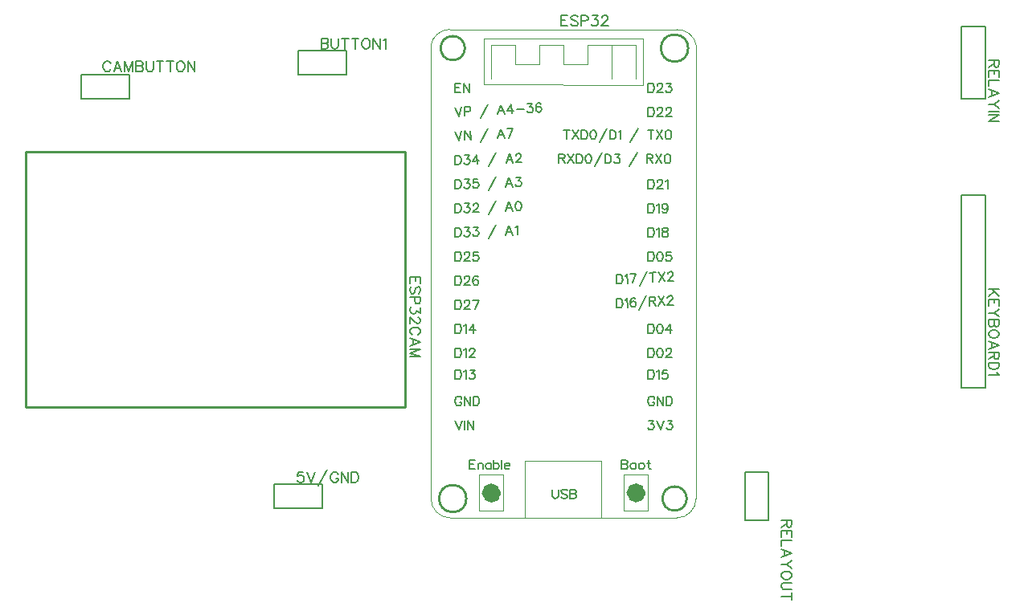
<source format=gto>
G04 Layer: TopSilkscreenLayer*
G04 EasyEDA v6.5.51, 2025-11-27 18:45:45*
G04 165794e495e04085a6bddc9ff9194116,e0a4688c9a4c477ab9b1abdd6ae47455,10*
G04 Gerber Generator version 0.2*
G04 Scale: 100 percent, Rotated: No, Reflected: No *
G04 Dimensions in millimeters *
G04 leading zeros omitted , absolute positions ,4 integer and 5 decimal *
%FSLAX45Y45*%
%MOMM*%

%ADD10C,0.1524*%
%ADD11C,0.1501*%
%ADD12C,0.2032*%
%ADD13C,0.2030*%
%ADD14C,0.1199*%
%ADD15C,0.2540*%
%ADD16C,1.0000*%
%ADD17C,0.0118*%

%LPD*%
D10*
X3859529Y3303015D02*
G01*
X3807713Y3303015D01*
X3802379Y3256279D01*
X3807713Y3261360D01*
X3823208Y3266694D01*
X3838956Y3266694D01*
X3854450Y3261360D01*
X3864863Y3251200D01*
X3869943Y3235452D01*
X3869943Y3225037D01*
X3864863Y3209544D01*
X3854450Y3199129D01*
X3838956Y3194050D01*
X3823208Y3194050D01*
X3807713Y3199129D01*
X3802379Y3204210D01*
X3797300Y3214623D01*
X3904234Y3303015D02*
G01*
X3945890Y3194050D01*
X3987545Y3303015D02*
G01*
X3945890Y3194050D01*
X4115308Y3323844D02*
G01*
X4021836Y3157473D01*
X4227575Y3277107D02*
G01*
X4222241Y3287521D01*
X4211827Y3297936D01*
X4201413Y3303015D01*
X4180840Y3303015D01*
X4170425Y3297936D01*
X4160011Y3287521D01*
X4154677Y3277107D01*
X4149597Y3261360D01*
X4149597Y3235452D01*
X4154677Y3219957D01*
X4160011Y3209544D01*
X4170425Y3199129D01*
X4180840Y3194050D01*
X4201413Y3194050D01*
X4211827Y3199129D01*
X4222241Y3209544D01*
X4227575Y3219957D01*
X4227575Y3235452D01*
X4201413Y3235452D02*
G01*
X4227575Y3235452D01*
X4261865Y3303015D02*
G01*
X4261865Y3194050D01*
X4261865Y3303015D02*
G01*
X4334509Y3194050D01*
X4334509Y3303015D02*
G01*
X4334509Y3194050D01*
X4368800Y3303015D02*
G01*
X4368800Y3194050D01*
X4368800Y3303015D02*
G01*
X4405122Y3303015D01*
X4420870Y3297936D01*
X4431029Y3287521D01*
X4436363Y3277107D01*
X4441443Y3261360D01*
X4441443Y3235452D01*
X4436363Y3219957D01*
X4431029Y3209544D01*
X4420870Y3199129D01*
X4405122Y3194050D01*
X4368800Y3194050D01*
X4051300Y7875015D02*
G01*
X4051300Y7766050D01*
X4051300Y7875015D02*
G01*
X4098036Y7875015D01*
X4113529Y7869936D01*
X4118863Y7864602D01*
X4123943Y7854187D01*
X4123943Y7843773D01*
X4118863Y7833360D01*
X4113529Y7828279D01*
X4098036Y7823200D01*
X4051300Y7823200D02*
G01*
X4098036Y7823200D01*
X4113529Y7817865D01*
X4118863Y7812786D01*
X4123943Y7802371D01*
X4123943Y7786623D01*
X4118863Y7776210D01*
X4113529Y7771129D01*
X4098036Y7766050D01*
X4051300Y7766050D01*
X4158234Y7875015D02*
G01*
X4158234Y7797037D01*
X4163568Y7781544D01*
X4173981Y7771129D01*
X4189475Y7766050D01*
X4199890Y7766050D01*
X4215384Y7771129D01*
X4225797Y7781544D01*
X4231131Y7797037D01*
X4231131Y7875015D01*
X4301743Y7875015D02*
G01*
X4301743Y7766050D01*
X4265422Y7875015D02*
G01*
X4338065Y7875015D01*
X4408677Y7875015D02*
G01*
X4408677Y7766050D01*
X4372356Y7875015D02*
G01*
X4445000Y7875015D01*
X4510531Y7875015D02*
G01*
X4500118Y7869936D01*
X4489704Y7859521D01*
X4484624Y7849108D01*
X4479290Y7833360D01*
X4479290Y7807452D01*
X4484624Y7791958D01*
X4489704Y7781544D01*
X4500118Y7771129D01*
X4510531Y7766050D01*
X4531359Y7766050D01*
X4541774Y7771129D01*
X4552188Y7781544D01*
X4557268Y7791958D01*
X4562602Y7807452D01*
X4562602Y7833360D01*
X4557268Y7849108D01*
X4552188Y7859521D01*
X4541774Y7869936D01*
X4531359Y7875015D01*
X4510531Y7875015D01*
X4596891Y7875015D02*
G01*
X4596891Y7766050D01*
X4596891Y7875015D02*
G01*
X4669536Y7766050D01*
X4669536Y7875015D02*
G01*
X4669536Y7766050D01*
X4703825Y7854187D02*
G01*
X4714240Y7859521D01*
X4729734Y7875015D01*
X4729734Y7766050D01*
X1830578Y7607808D02*
G01*
X1825244Y7618221D01*
X1814829Y7628636D01*
X1804670Y7633715D01*
X1783842Y7633715D01*
X1773428Y7628636D01*
X1763013Y7618221D01*
X1757679Y7607808D01*
X1752600Y7592060D01*
X1752600Y7566152D01*
X1757679Y7550658D01*
X1763013Y7540244D01*
X1773428Y7529829D01*
X1783842Y7524750D01*
X1804670Y7524750D01*
X1814829Y7529829D01*
X1825244Y7540244D01*
X1830578Y7550658D01*
X1906270Y7633715D02*
G01*
X1864868Y7524750D01*
X1906270Y7633715D02*
G01*
X1947925Y7524750D01*
X1880362Y7561071D02*
G01*
X1932431Y7561071D01*
X1982215Y7633715D02*
G01*
X1982215Y7524750D01*
X1982215Y7633715D02*
G01*
X2023872Y7524750D01*
X2065274Y7633715D02*
G01*
X2023872Y7524750D01*
X2065274Y7633715D02*
G01*
X2065274Y7524750D01*
X2099563Y7633715D02*
G01*
X2099563Y7524750D01*
X2099563Y7633715D02*
G01*
X2146300Y7633715D01*
X2162047Y7628636D01*
X2167127Y7623302D01*
X2172461Y7612887D01*
X2172461Y7602473D01*
X2167127Y7592060D01*
X2162047Y7586979D01*
X2146300Y7581900D01*
X2099563Y7581900D02*
G01*
X2146300Y7581900D01*
X2162047Y7576565D01*
X2167127Y7571486D01*
X2172461Y7561071D01*
X2172461Y7545323D01*
X2167127Y7534910D01*
X2162047Y7529829D01*
X2146300Y7524750D01*
X2099563Y7524750D01*
X2206752Y7633715D02*
G01*
X2206752Y7555737D01*
X2211831Y7540244D01*
X2222245Y7529829D01*
X2237740Y7524750D01*
X2248154Y7524750D01*
X2263902Y7529829D01*
X2274315Y7540244D01*
X2279395Y7555737D01*
X2279395Y7633715D01*
X2350008Y7633715D02*
G01*
X2350008Y7524750D01*
X2313686Y7633715D02*
G01*
X2386329Y7633715D01*
X2457195Y7633715D02*
G01*
X2457195Y7524750D01*
X2420620Y7633715D02*
G01*
X2493518Y7633715D01*
X2559050Y7633715D02*
G01*
X2548636Y7628636D01*
X2538222Y7618221D01*
X2532888Y7607808D01*
X2527808Y7592060D01*
X2527808Y7566152D01*
X2532888Y7550658D01*
X2538222Y7540244D01*
X2548636Y7529829D01*
X2559050Y7524750D01*
X2579624Y7524750D01*
X2590038Y7529829D01*
X2600452Y7540244D01*
X2605786Y7550658D01*
X2610865Y7566152D01*
X2610865Y7592060D01*
X2605786Y7607808D01*
X2600452Y7618221D01*
X2590038Y7628636D01*
X2579624Y7633715D01*
X2559050Y7633715D01*
X2645156Y7633715D02*
G01*
X2645156Y7524750D01*
X2645156Y7633715D02*
G01*
X2717800Y7524750D01*
X2717800Y7633715D02*
G01*
X2717800Y7524750D01*
X9005315Y2794000D02*
G01*
X8896350Y2794000D01*
X9005315Y2794000D02*
G01*
X9005315Y2747263D01*
X9000236Y2731770D01*
X8994902Y2726436D01*
X8984488Y2721355D01*
X8974074Y2721355D01*
X8963659Y2726436D01*
X8958579Y2731770D01*
X8953500Y2747263D01*
X8953500Y2794000D01*
X8953500Y2757678D02*
G01*
X8896350Y2721355D01*
X9005315Y2687065D02*
G01*
X8896350Y2687065D01*
X9005315Y2687065D02*
G01*
X9005315Y2619502D01*
X8953500Y2687065D02*
G01*
X8953500Y2645410D01*
X8896350Y2687065D02*
G01*
X8896350Y2619502D01*
X9005315Y2585212D02*
G01*
X8896350Y2585212D01*
X8896350Y2585212D02*
G01*
X8896350Y2522728D01*
X9005315Y2447036D02*
G01*
X8896350Y2488437D01*
X9005315Y2447036D02*
G01*
X8896350Y2405379D01*
X8932672Y2472944D02*
G01*
X8932672Y2420873D01*
X9005315Y2371089D02*
G01*
X8953500Y2329434D01*
X8896350Y2329434D01*
X9005315Y2288031D02*
G01*
X8953500Y2329434D01*
X9005315Y2222500D02*
G01*
X9000236Y2232913D01*
X8989822Y2243328D01*
X8979408Y2248407D01*
X8963659Y2253742D01*
X8937752Y2253742D01*
X8922258Y2248407D01*
X8911843Y2243328D01*
X8901429Y2232913D01*
X8896350Y2222500D01*
X8896350Y2201671D01*
X8901429Y2191257D01*
X8911843Y2180844D01*
X8922258Y2175763D01*
X8937752Y2170429D01*
X8963659Y2170429D01*
X8979408Y2175763D01*
X8989822Y2180844D01*
X9000236Y2191257D01*
X9005315Y2201671D01*
X9005315Y2222500D01*
X9005315Y2136139D02*
G01*
X8927338Y2136139D01*
X8911843Y2131060D01*
X8901429Y2120645D01*
X8896350Y2105152D01*
X8896350Y2094737D01*
X8901429Y2078989D01*
X8911843Y2068829D01*
X8927338Y2063495D01*
X9005315Y2063495D01*
X9005315Y1992884D02*
G01*
X8896350Y1992884D01*
X9005315Y2029205D02*
G01*
X9005315Y1956562D01*
X6578600Y8116315D02*
G01*
X6578600Y8007350D01*
X6578600Y8116315D02*
G01*
X6646163Y8116315D01*
X6578600Y8064500D02*
G01*
X6620256Y8064500D01*
X6578600Y8007350D02*
G01*
X6646163Y8007350D01*
X6753097Y8100821D02*
G01*
X6742684Y8111236D01*
X6727190Y8116315D01*
X6706361Y8116315D01*
X6690868Y8111236D01*
X6680454Y8100821D01*
X6680454Y8090408D01*
X6685534Y8079994D01*
X6690868Y8074660D01*
X6701281Y8069579D01*
X6732270Y8059165D01*
X6742684Y8054086D01*
X6748018Y8048752D01*
X6753097Y8038337D01*
X6753097Y8022844D01*
X6742684Y8012429D01*
X6727190Y8007350D01*
X6706361Y8007350D01*
X6690868Y8012429D01*
X6680454Y8022844D01*
X6787388Y8116315D02*
G01*
X6787388Y8007350D01*
X6787388Y8116315D02*
G01*
X6834124Y8116315D01*
X6849872Y8111236D01*
X6854952Y8105902D01*
X6860286Y8095487D01*
X6860286Y8079994D01*
X6854952Y8069579D01*
X6849872Y8064500D01*
X6834124Y8059165D01*
X6787388Y8059165D01*
X6904990Y8116315D02*
G01*
X6962140Y8116315D01*
X6930897Y8074660D01*
X6946391Y8074660D01*
X6956806Y8069579D01*
X6962140Y8064500D01*
X6967220Y8048752D01*
X6967220Y8038337D01*
X6962140Y8022844D01*
X6951725Y8012429D01*
X6935977Y8007350D01*
X6920484Y8007350D01*
X6904990Y8012429D01*
X6899656Y8017510D01*
X6894575Y8027923D01*
X7006590Y8090408D02*
G01*
X7006590Y8095487D01*
X7011924Y8105902D01*
X7017004Y8111236D01*
X7027418Y8116315D01*
X7048245Y8116315D01*
X7058659Y8111236D01*
X7063740Y8105902D01*
X7069074Y8095487D01*
X7069074Y8085073D01*
X7063740Y8074660D01*
X7053579Y8059165D01*
X7001509Y8007350D01*
X7074154Y8007350D01*
D11*
X5613400Y3428237D02*
G01*
X5613400Y3332987D01*
X5613400Y3428237D02*
G01*
X5672581Y3428237D01*
X5613400Y3382771D02*
G01*
X5649722Y3382771D01*
X5613400Y3332987D02*
G01*
X5672581Y3332987D01*
X5702554Y3396487D02*
G01*
X5702554Y3332987D01*
X5702554Y3378454D02*
G01*
X5716015Y3391915D01*
X5725159Y3396487D01*
X5738875Y3396487D01*
X5748020Y3391915D01*
X5752591Y3378454D01*
X5752591Y3332987D01*
X5836920Y3396487D02*
G01*
X5836920Y3332987D01*
X5836920Y3382771D02*
G01*
X5828029Y3391915D01*
X5818886Y3396487D01*
X5805170Y3396487D01*
X5796025Y3391915D01*
X5787136Y3382771D01*
X5782563Y3369310D01*
X5782563Y3360165D01*
X5787136Y3346450D01*
X5796025Y3337305D01*
X5805170Y3332987D01*
X5818886Y3332987D01*
X5828029Y3337305D01*
X5836920Y3346450D01*
X5867145Y3428237D02*
G01*
X5867145Y3332987D01*
X5867145Y3382771D02*
G01*
X5876036Y3391915D01*
X5885179Y3396487D01*
X5898895Y3396487D01*
X5908040Y3391915D01*
X5916929Y3382771D01*
X5921502Y3369310D01*
X5921502Y3360165D01*
X5916929Y3346450D01*
X5908040Y3337305D01*
X5898895Y3332987D01*
X5885179Y3332987D01*
X5876036Y3337305D01*
X5867145Y3346450D01*
X5951474Y3428237D02*
G01*
X5951474Y3332987D01*
X5981700Y3369310D02*
G01*
X6036056Y3369310D01*
X6036056Y3378454D01*
X6031484Y3387344D01*
X6026911Y3391915D01*
X6018022Y3396487D01*
X6004306Y3396487D01*
X5995161Y3391915D01*
X5986018Y3382771D01*
X5981700Y3369310D01*
X5981700Y3360165D01*
X5986018Y3346450D01*
X5995161Y3337305D01*
X6004306Y3332987D01*
X6018022Y3332987D01*
X6026911Y3337305D01*
X6036056Y3346450D01*
X7213600Y3428237D02*
G01*
X7213600Y3332987D01*
X7213600Y3428237D02*
G01*
X7254493Y3428237D01*
X7268209Y3423665D01*
X7272781Y3419347D01*
X7277354Y3410204D01*
X7277354Y3401060D01*
X7272781Y3391915D01*
X7268209Y3387344D01*
X7254493Y3382771D01*
X7213600Y3382771D02*
G01*
X7254493Y3382771D01*
X7268209Y3378454D01*
X7272781Y3373881D01*
X7277354Y3364737D01*
X7277354Y3351021D01*
X7272781Y3341878D01*
X7268209Y3337305D01*
X7254493Y3332987D01*
X7213600Y3332987D01*
X7329931Y3396487D02*
G01*
X7320788Y3391915D01*
X7311897Y3382771D01*
X7307325Y3369310D01*
X7307325Y3360165D01*
X7311897Y3346450D01*
X7320788Y3337305D01*
X7329931Y3332987D01*
X7343647Y3332987D01*
X7352791Y3337305D01*
X7361681Y3346450D01*
X7366254Y3360165D01*
X7366254Y3369310D01*
X7361681Y3382771D01*
X7352791Y3391915D01*
X7343647Y3396487D01*
X7329931Y3396487D01*
X7419086Y3396487D02*
G01*
X7409941Y3391915D01*
X7400797Y3382771D01*
X7396225Y3369310D01*
X7396225Y3360165D01*
X7400797Y3346450D01*
X7409941Y3337305D01*
X7419086Y3332987D01*
X7432802Y3332987D01*
X7441691Y3337305D01*
X7450836Y3346450D01*
X7455408Y3360165D01*
X7455408Y3369310D01*
X7450836Y3382771D01*
X7441691Y3391915D01*
X7432802Y3396487D01*
X7419086Y3396487D01*
X7499095Y3428237D02*
G01*
X7499095Y3351021D01*
X7503668Y3337305D01*
X7512811Y3332987D01*
X7521702Y3332987D01*
X7485379Y3396487D02*
G01*
X7517129Y3396487D01*
X6484111Y3117850D02*
G01*
X6484111Y3049778D01*
X6488429Y3036062D01*
X6497574Y3026918D01*
X6511290Y3022345D01*
X6520434Y3022345D01*
X6533895Y3026918D01*
X6543040Y3036062D01*
X6547611Y3049778D01*
X6547611Y3117850D01*
X6641338Y3104387D02*
G01*
X6632193Y3113278D01*
X6618477Y3117850D01*
X6600443Y3117850D01*
X6586727Y3113278D01*
X6577584Y3104387D01*
X6577584Y3095244D01*
X6582156Y3086100D01*
X6586727Y3081528D01*
X6595872Y3076955D01*
X6623050Y3067812D01*
X6632193Y3063494D01*
X6636765Y3058921D01*
X6641338Y3049778D01*
X6641338Y3036062D01*
X6632193Y3026918D01*
X6618477Y3022345D01*
X6600443Y3022345D01*
X6586727Y3026918D01*
X6577584Y3036062D01*
X6671309Y3117850D02*
G01*
X6671309Y3022345D01*
X6671309Y3117850D02*
G01*
X6712204Y3117850D01*
X6725920Y3113278D01*
X6730491Y3108705D01*
X6734809Y3099815D01*
X6734809Y3090671D01*
X6730491Y3081528D01*
X6725920Y3076955D01*
X6712204Y3072384D01*
X6671309Y3072384D02*
G01*
X6712204Y3072384D01*
X6725920Y3067812D01*
X6730491Y3063494D01*
X6734809Y3054350D01*
X6734809Y3040634D01*
X6730491Y3031489D01*
X6725920Y3026918D01*
X6712204Y3022345D01*
X6671309Y3022345D01*
D12*
X5461000Y7401052D02*
G01*
X5461000Y7305547D01*
X5461000Y7401052D02*
G01*
X5520181Y7401052D01*
X5461000Y7355586D02*
G01*
X5497322Y7355586D01*
X5461000Y7305547D02*
G01*
X5520181Y7305547D01*
X5550154Y7401052D02*
G01*
X5550154Y7305547D01*
X5550154Y7401052D02*
G01*
X5613654Y7305547D01*
X5613654Y7401052D02*
G01*
X5613654Y7305547D01*
X5455714Y7146912D02*
G01*
X5496984Y7053440D01*
X5528256Y7150714D02*
G01*
X5496984Y7053440D01*
X5558188Y7152284D02*
G01*
X5563186Y7056909D01*
X5558188Y7152284D02*
G01*
X5599026Y7154423D01*
X5612963Y7150577D01*
X5617768Y7146249D01*
X5622813Y7137356D01*
X5623529Y7123661D01*
X5619429Y7114542D01*
X5615104Y7109739D01*
X5601644Y7104453D01*
X5560806Y7102314D01*
X5802525Y7183147D02*
G01*
X5728454Y7033778D01*
X5939680Y7172276D02*
G01*
X5908154Y7074989D01*
X5939680Y7172276D02*
G01*
X5980950Y7078804D01*
X5920188Y7107415D02*
G01*
X5965593Y7109792D01*
X6051288Y7178126D02*
G01*
X6009220Y7112081D01*
X6077198Y7115642D01*
X6051288Y7178126D02*
G01*
X6056287Y7082754D01*
X6106652Y7126343D02*
G01*
X6188580Y7130635D01*
X6224531Y7187206D02*
G01*
X6274501Y7189825D01*
X6249276Y7151875D01*
X6262971Y7152594D01*
X6272075Y7148746D01*
X6276881Y7144420D01*
X6282164Y7130963D01*
X6282644Y7121832D01*
X6278796Y7107895D01*
X6270383Y7098550D01*
X6256924Y7093267D01*
X6243228Y7092551D01*
X6229291Y7096399D01*
X6224739Y7100737D01*
X6219708Y7109376D01*
X6364251Y7180793D02*
G01*
X6359207Y7189685D01*
X6345524Y7193546D01*
X6336393Y7193069D01*
X6322933Y7187783D01*
X6314521Y7173607D01*
X6311138Y7150793D01*
X6312334Y7127966D01*
X6317858Y7109942D01*
X6327454Y7101542D01*
X6341391Y7097694D01*
X6345956Y7097933D01*
X6359161Y7103203D01*
X6367828Y7112561D01*
X6371673Y7126498D01*
X6371435Y7131062D01*
X6366151Y7144522D01*
X6356543Y7153173D01*
X6342872Y7156780D01*
X6338305Y7156541D01*
X6324836Y7151512D01*
X6316182Y7141903D01*
X6312334Y7127966D01*
X5455714Y6892912D02*
G01*
X5496984Y6799440D01*
X5528256Y6896714D02*
G01*
X5496984Y6799440D01*
X5558188Y6898284D02*
G01*
X5563186Y6802909D01*
X5558188Y6898284D02*
G01*
X5626854Y6806247D01*
X5621855Y6901621D02*
G01*
X5626854Y6806247D01*
X5802525Y6929147D02*
G01*
X5728454Y6779778D01*
X5939680Y6918276D02*
G01*
X5908154Y6820989D01*
X5939680Y6918276D02*
G01*
X5980950Y6824804D01*
X5920188Y6853415D02*
G01*
X5965593Y6855792D01*
X6069296Y6925071D02*
G01*
X6029144Y6827332D01*
X6005883Y6921746D02*
G01*
X6069296Y6925071D01*
X5457474Y6638991D02*
G01*
X5460806Y6543545D01*
X5457474Y6638991D02*
G01*
X5489204Y6640098D01*
X5503072Y6636009D01*
X5512528Y6627187D01*
X5517418Y6618208D01*
X5522465Y6604662D01*
X5523255Y6582069D01*
X5519163Y6568201D01*
X5514914Y6558904D01*
X5506087Y6549699D01*
X5492539Y6544652D01*
X5460806Y6543545D01*
X5560026Y6642572D02*
G01*
X5610034Y6644317D01*
X5584151Y6606816D01*
X5597857Y6607294D01*
X5606892Y6603288D01*
X5611622Y6598879D01*
X5616668Y6585330D01*
X5616989Y6576192D01*
X5612899Y6562326D01*
X5604070Y6553121D01*
X5590776Y6548084D01*
X5577067Y6547604D01*
X5563201Y6551696D01*
X5558726Y6556113D01*
X5553847Y6564838D01*
X5689996Y6647111D02*
G01*
X5646783Y6581808D01*
X5715068Y6584193D01*
X5689996Y6647111D02*
G01*
X5693328Y6551663D01*
X5893965Y6672277D02*
G01*
X5817044Y6524216D01*
X6030655Y6659006D02*
G01*
X5997689Y6562293D01*
X6030655Y6659006D02*
G01*
X6070544Y6564838D01*
X6010290Y6594502D02*
G01*
X6055728Y6596087D01*
X6102532Y6638643D02*
G01*
X6102372Y6643212D01*
X6106368Y6652501D01*
X6110777Y6657230D01*
X6119756Y6662117D01*
X6138034Y6662755D01*
X6147330Y6658505D01*
X6151806Y6654086D01*
X6156695Y6645109D01*
X6157013Y6635970D01*
X6152763Y6626672D01*
X6144348Y6612907D01*
X6100498Y6565882D01*
X6163960Y6568099D01*
X5457474Y6384991D02*
G01*
X5460806Y6289545D01*
X5457474Y6384991D02*
G01*
X5489204Y6386098D01*
X5503072Y6382009D01*
X5512528Y6373187D01*
X5517418Y6364208D01*
X5522465Y6350662D01*
X5523255Y6328069D01*
X5519163Y6314201D01*
X5514914Y6304904D01*
X5506087Y6295699D01*
X5492539Y6290652D01*
X5460806Y6289545D01*
X5560026Y6388572D02*
G01*
X5610034Y6390317D01*
X5584151Y6352816D01*
X5597857Y6353294D01*
X5606892Y6349288D01*
X5611622Y6344879D01*
X5616668Y6331330D01*
X5616989Y6322192D01*
X5612899Y6308326D01*
X5604070Y6299121D01*
X5590776Y6294084D01*
X5577067Y6293604D01*
X5563201Y6297696D01*
X5558726Y6302113D01*
X5553847Y6310838D01*
X5699135Y6393428D02*
G01*
X5653697Y6391843D01*
X5650555Y6350812D01*
X5654974Y6355288D01*
X5668520Y6360337D01*
X5681974Y6360807D01*
X5695843Y6356715D01*
X5705292Y6348150D01*
X5710339Y6334602D01*
X5710659Y6325463D01*
X5706567Y6311597D01*
X5697740Y6302392D01*
X5684192Y6297345D01*
X5670737Y6296875D01*
X5656869Y6300965D01*
X5652142Y6305374D01*
X5647263Y6314099D01*
X5889396Y6418117D02*
G01*
X5812729Y6270063D01*
X6026343Y6404856D02*
G01*
X5993122Y6308133D01*
X6026343Y6404856D02*
G01*
X6065974Y6310678D01*
X6005720Y6340342D02*
G01*
X6051158Y6341930D01*
X6101732Y6407487D02*
G01*
X6151486Y6409225D01*
X6125603Y6371724D01*
X6139309Y6372202D01*
X6148598Y6368206D01*
X6153073Y6363787D01*
X6158123Y6350238D01*
X6158440Y6341102D01*
X6154351Y6327233D01*
X6145776Y6318039D01*
X6132228Y6312992D01*
X6118519Y6312512D01*
X6104907Y6316611D01*
X6100178Y6321021D01*
X6095298Y6329746D01*
X5457474Y6130991D02*
G01*
X5460806Y6035545D01*
X5457474Y6130991D02*
G01*
X5489204Y6132098D01*
X5503072Y6128009D01*
X5512528Y6119187D01*
X5517418Y6110208D01*
X5522465Y6096662D01*
X5523255Y6074069D01*
X5519163Y6060201D01*
X5514914Y6050904D01*
X5506087Y6041699D01*
X5492539Y6036652D01*
X5460806Y6035545D01*
X5560026Y6134572D02*
G01*
X5610034Y6136317D01*
X5584151Y6098816D01*
X5597857Y6099294D01*
X5606892Y6095288D01*
X5611622Y6090879D01*
X5616668Y6077330D01*
X5616989Y6068192D01*
X5612899Y6054326D01*
X5604070Y6045121D01*
X5590776Y6040084D01*
X5577067Y6039604D01*
X5563201Y6043696D01*
X5558726Y6048113D01*
X5553847Y6056838D01*
X5649925Y6114836D02*
G01*
X5649765Y6119406D01*
X5654017Y6128705D01*
X5658426Y6133431D01*
X5667405Y6138321D01*
X5685426Y6138951D01*
X5694725Y6134699D01*
X5699455Y6130289D01*
X5704342Y6121311D01*
X5704662Y6112174D01*
X5700412Y6102875D01*
X5691743Y6089103D01*
X5647890Y6042078D01*
X5711606Y6044303D01*
X5889396Y6164117D02*
G01*
X5812729Y6016063D01*
X6026343Y6150856D02*
G01*
X5993122Y6054133D01*
X6026343Y6150856D02*
G01*
X6065974Y6056678D01*
X6005720Y6086342D02*
G01*
X6051158Y6087930D01*
X6119756Y6154117D02*
G01*
X6106208Y6149070D01*
X6097803Y6135052D01*
X6094023Y6112299D01*
X6094501Y6098593D01*
X6099868Y6075906D01*
X6109223Y6062761D01*
X6123089Y6058672D01*
X6132228Y6058992D01*
X6145776Y6064039D01*
X6154191Y6077803D01*
X6157963Y6100808D01*
X6157483Y6114516D01*
X6152126Y6136949D01*
X6142761Y6150345D01*
X6128895Y6154437D01*
X6119756Y6154117D01*
X5457474Y5876991D02*
G01*
X5460806Y5781545D01*
X5457474Y5876991D02*
G01*
X5489204Y5878098D01*
X5503072Y5874009D01*
X5512528Y5865187D01*
X5517418Y5856208D01*
X5522465Y5842662D01*
X5523255Y5820069D01*
X5519163Y5806201D01*
X5514914Y5796904D01*
X5506087Y5787699D01*
X5492539Y5782652D01*
X5460806Y5781545D01*
X5560026Y5880572D02*
G01*
X5610034Y5882317D01*
X5584151Y5844816D01*
X5597857Y5845294D01*
X5606892Y5841288D01*
X5611622Y5836879D01*
X5616668Y5823330D01*
X5616989Y5814192D01*
X5612899Y5800326D01*
X5604070Y5791121D01*
X5590776Y5786084D01*
X5577067Y5785604D01*
X5563201Y5789696D01*
X5558726Y5794113D01*
X5553847Y5802838D01*
X5653697Y5883843D02*
G01*
X5703704Y5885588D01*
X5677819Y5848085D01*
X5691273Y5848555D01*
X5700562Y5844560D01*
X5705292Y5840150D01*
X5710339Y5826602D01*
X5710659Y5817463D01*
X5706567Y5803597D01*
X5697740Y5794392D01*
X5684192Y5789345D01*
X5670737Y5788875D01*
X5656869Y5792965D01*
X5652142Y5797374D01*
X5647263Y5806099D01*
X5889396Y5910117D02*
G01*
X5812729Y5762063D01*
X6026343Y5896856D02*
G01*
X5993122Y5800133D01*
X6026343Y5896856D02*
G01*
X6065974Y5802678D01*
X6005720Y5832342D02*
G01*
X6051158Y5833930D01*
X6093233Y5880892D02*
G01*
X6102212Y5885781D01*
X6115187Y5899957D01*
X6118519Y5804512D01*
X5461000Y4378452D02*
G01*
X5461000Y4282947D01*
X5461000Y4378452D02*
G01*
X5492750Y4378452D01*
X5506465Y4373879D01*
X5515609Y4364736D01*
X5520181Y4355592D01*
X5524754Y4341876D01*
X5524754Y4319270D01*
X5520181Y4305554D01*
X5515609Y4296410D01*
X5506465Y4287520D01*
X5492750Y4282947D01*
X5461000Y4282947D01*
X5554725Y4360163D02*
G01*
X5563615Y4364736D01*
X5577331Y4378452D01*
X5577331Y4282947D01*
X5616447Y4378452D02*
G01*
X5666486Y4378452D01*
X5639308Y4341876D01*
X5652770Y4341876D01*
X5661913Y4337557D01*
X5666486Y4332986D01*
X5671058Y4319270D01*
X5671058Y4310126D01*
X5666486Y4296410D01*
X5657341Y4287520D01*
X5643625Y4282947D01*
X5630163Y4282947D01*
X5616447Y4287520D01*
X5611875Y4292092D01*
X5607304Y4300981D01*
X5461000Y4607052D02*
G01*
X5461000Y4511547D01*
X5461000Y4607052D02*
G01*
X5492750Y4607052D01*
X5506465Y4602479D01*
X5515609Y4593336D01*
X5520181Y4584192D01*
X5524754Y4570476D01*
X5524754Y4547870D01*
X5520181Y4534154D01*
X5515609Y4525010D01*
X5506465Y4516120D01*
X5492750Y4511547D01*
X5461000Y4511547D01*
X5554725Y4588763D02*
G01*
X5563615Y4593336D01*
X5577331Y4607052D01*
X5577331Y4511547D01*
X5611875Y4584192D02*
G01*
X5611875Y4588763D01*
X5616447Y4597907D01*
X5621020Y4602479D01*
X5630163Y4607052D01*
X5648197Y4607052D01*
X5657341Y4602479D01*
X5661913Y4597907D01*
X5666486Y4588763D01*
X5666486Y4579620D01*
X5661913Y4570476D01*
X5652770Y4557013D01*
X5607304Y4511547D01*
X5671058Y4511547D01*
X5461000Y4861052D02*
G01*
X5461000Y4765547D01*
X5461000Y4861052D02*
G01*
X5492750Y4861052D01*
X5506465Y4856479D01*
X5515609Y4847336D01*
X5520181Y4838192D01*
X5524754Y4824476D01*
X5524754Y4801870D01*
X5520181Y4788154D01*
X5515609Y4779010D01*
X5506465Y4770120D01*
X5492750Y4765547D01*
X5461000Y4765547D01*
X5554725Y4842763D02*
G01*
X5563615Y4847336D01*
X5577331Y4861052D01*
X5577331Y4765547D01*
X5652770Y4861052D02*
G01*
X5607304Y4797297D01*
X5675629Y4797297D01*
X5652770Y4861052D02*
G01*
X5652770Y4765547D01*
X5461000Y5115052D02*
G01*
X5461000Y5019547D01*
X5461000Y5115052D02*
G01*
X5492750Y5115052D01*
X5506465Y5110479D01*
X5515609Y5101336D01*
X5520181Y5092192D01*
X5524754Y5078476D01*
X5524754Y5055870D01*
X5520181Y5042154D01*
X5515609Y5033010D01*
X5506465Y5024120D01*
X5492750Y5019547D01*
X5461000Y5019547D01*
X5559297Y5092192D02*
G01*
X5559297Y5096763D01*
X5563615Y5105907D01*
X5568188Y5110479D01*
X5577331Y5115052D01*
X5595620Y5115052D01*
X5604509Y5110479D01*
X5609081Y5105907D01*
X5613654Y5096763D01*
X5613654Y5087620D01*
X5609081Y5078476D01*
X5600191Y5065013D01*
X5554725Y5019547D01*
X5618225Y5019547D01*
X5711952Y5115052D02*
G01*
X5666486Y5019547D01*
X5648197Y5115052D02*
G01*
X5711952Y5115052D01*
X5461000Y5369052D02*
G01*
X5461000Y5273547D01*
X5461000Y5369052D02*
G01*
X5492750Y5369052D01*
X5506465Y5364479D01*
X5515609Y5355336D01*
X5520181Y5346192D01*
X5524754Y5332476D01*
X5524754Y5309870D01*
X5520181Y5296154D01*
X5515609Y5287010D01*
X5506465Y5278120D01*
X5492750Y5273547D01*
X5461000Y5273547D01*
X5559297Y5346192D02*
G01*
X5559297Y5350763D01*
X5563615Y5359907D01*
X5568188Y5364479D01*
X5577331Y5369052D01*
X5595620Y5369052D01*
X5604509Y5364479D01*
X5609081Y5359907D01*
X5613654Y5350763D01*
X5613654Y5341620D01*
X5609081Y5332476D01*
X5600191Y5319013D01*
X5554725Y5273547D01*
X5618225Y5273547D01*
X5702808Y5355336D02*
G01*
X5698236Y5364479D01*
X5684520Y5369052D01*
X5675629Y5369052D01*
X5661913Y5364479D01*
X5652770Y5350763D01*
X5648197Y5328157D01*
X5648197Y5305297D01*
X5652770Y5287010D01*
X5661913Y5278120D01*
X5675629Y5273547D01*
X5680202Y5273547D01*
X5693663Y5278120D01*
X5702808Y5287010D01*
X5707379Y5300726D01*
X5707379Y5305297D01*
X5702808Y5319013D01*
X5693663Y5328157D01*
X5680202Y5332476D01*
X5675629Y5332476D01*
X5661913Y5328157D01*
X5652770Y5319013D01*
X5648197Y5305297D01*
X5461000Y5623052D02*
G01*
X5461000Y5527547D01*
X5461000Y5623052D02*
G01*
X5492750Y5623052D01*
X5506465Y5618479D01*
X5515609Y5609336D01*
X5520181Y5600192D01*
X5524754Y5586476D01*
X5524754Y5563870D01*
X5520181Y5550154D01*
X5515609Y5541010D01*
X5506465Y5532120D01*
X5492750Y5527547D01*
X5461000Y5527547D01*
X5559297Y5600192D02*
G01*
X5559297Y5604763D01*
X5563615Y5613907D01*
X5568188Y5618479D01*
X5577331Y5623052D01*
X5595620Y5623052D01*
X5604509Y5618479D01*
X5609081Y5613907D01*
X5613654Y5604763D01*
X5613654Y5595620D01*
X5609081Y5586476D01*
X5600191Y5573013D01*
X5554725Y5527547D01*
X5618225Y5527547D01*
X5702808Y5623052D02*
G01*
X5657341Y5623052D01*
X5652770Y5582157D01*
X5657341Y5586476D01*
X5671058Y5591047D01*
X5684520Y5591047D01*
X5698236Y5586476D01*
X5707379Y5577586D01*
X5711952Y5563870D01*
X5711952Y5554726D01*
X5707379Y5541010D01*
X5698236Y5532120D01*
X5684520Y5527547D01*
X5671058Y5527547D01*
X5657341Y5532120D01*
X5652770Y5536692D01*
X5648197Y5545581D01*
X7493000Y5623052D02*
G01*
X7493000Y5527547D01*
X7493000Y5623052D02*
G01*
X7524750Y5623052D01*
X7538465Y5618479D01*
X7547609Y5609336D01*
X7552181Y5600192D01*
X7556754Y5586476D01*
X7556754Y5563870D01*
X7552181Y5550154D01*
X7547609Y5541010D01*
X7538465Y5532120D01*
X7524750Y5527547D01*
X7493000Y5527547D01*
X7613904Y5623052D02*
G01*
X7600188Y5618479D01*
X7591297Y5604763D01*
X7586725Y5582157D01*
X7586725Y5568442D01*
X7591297Y5545581D01*
X7600188Y5532120D01*
X7613904Y5527547D01*
X7623047Y5527547D01*
X7636509Y5532120D01*
X7645654Y5545581D01*
X7650225Y5568442D01*
X7650225Y5582157D01*
X7645654Y5604763D01*
X7636509Y5618479D01*
X7623047Y5623052D01*
X7613904Y5623052D01*
X7734808Y5623052D02*
G01*
X7689341Y5623052D01*
X7684770Y5582157D01*
X7689341Y5586476D01*
X7703058Y5591047D01*
X7716520Y5591047D01*
X7730236Y5586476D01*
X7739379Y5577586D01*
X7743952Y5563870D01*
X7743952Y5554726D01*
X7739379Y5541010D01*
X7730236Y5532120D01*
X7716520Y5527547D01*
X7703058Y5527547D01*
X7689341Y5532120D01*
X7684770Y5536692D01*
X7680197Y5545581D01*
X7157521Y5383900D02*
G01*
X7162520Y5288526D01*
X7157521Y5383900D02*
G01*
X7189228Y5385562D01*
X7203165Y5381713D01*
X7212761Y5373314D01*
X7217806Y5364421D01*
X7223089Y5350964D01*
X7224273Y5328389D01*
X7220424Y5314452D01*
X7216338Y5305082D01*
X7207684Y5295470D01*
X7194227Y5290187D01*
X7162520Y5288526D01*
X7252063Y5370796D02*
G01*
X7260701Y5375826D01*
X7273693Y5389989D01*
X7278692Y5294614D01*
X7367292Y5394893D02*
G01*
X7326886Y5297139D01*
X7303625Y5391556D02*
G01*
X7367292Y5394893D01*
X7477942Y5419006D02*
G01*
X7403884Y5269382D01*
X7540536Y5403971D02*
G01*
X7545534Y5308600D01*
X7508829Y5402310D02*
G01*
X7572496Y5405648D01*
X7602428Y5407215D02*
G01*
X7670838Y5315165D01*
X7665841Y5410540D02*
G01*
X7607427Y5311843D01*
X7701521Y5389773D02*
G01*
X7701282Y5394337D01*
X7705382Y5403456D01*
X7709707Y5408259D01*
X7718600Y5413303D01*
X7736608Y5414248D01*
X7745981Y5410161D01*
X7750784Y5405833D01*
X7755816Y5397195D01*
X7756296Y5388063D01*
X7752206Y5378693D01*
X7743794Y5364518D01*
X7700769Y5316735D01*
X7764437Y5320070D01*
X7157521Y5129900D02*
G01*
X7162520Y5034526D01*
X7157521Y5129900D02*
G01*
X7189228Y5131562D01*
X7203165Y5127713D01*
X7212761Y5119314D01*
X7217806Y5110421D01*
X7223089Y5096964D01*
X7224273Y5074389D01*
X7220424Y5060452D01*
X7216338Y5051082D01*
X7207684Y5041470D01*
X7194227Y5036187D01*
X7162520Y5034526D01*
X7252063Y5116796D02*
G01*
X7260701Y5121826D01*
X7273693Y5135989D01*
X7278692Y5040614D01*
X7358865Y5126972D02*
G01*
X7353835Y5135610D01*
X7339898Y5139458D01*
X7331021Y5138991D01*
X7317562Y5133708D01*
X7309134Y5119786D01*
X7305766Y5096718D01*
X7306950Y5074142D01*
X7312472Y5056118D01*
X7322083Y5047467D01*
X7336017Y5043619D01*
X7340584Y5043858D01*
X7353787Y5049128D01*
X7362441Y5058737D01*
X7366289Y5072674D01*
X7366050Y5077241D01*
X7360780Y5090444D01*
X7351168Y5099098D01*
X7337485Y5102959D01*
X7332921Y5102720D01*
X7319464Y5097437D01*
X7310810Y5087825D01*
X7306950Y5074142D01*
X7473375Y5164764D02*
G01*
X7399317Y5015143D01*
X7504264Y5148071D02*
G01*
X7509263Y5052697D01*
X7504264Y5148071D02*
G01*
X7545103Y5150213D01*
X7559040Y5146365D01*
X7563843Y5142036D01*
X7568874Y5133398D01*
X7569354Y5124267D01*
X7565265Y5114897D01*
X7560939Y5110091D01*
X7547483Y5104808D01*
X7506644Y5102666D01*
X7538351Y5104330D02*
G01*
X7572928Y5056035D01*
X7597861Y5152976D02*
G01*
X7666273Y5060927D01*
X7661275Y5156301D02*
G01*
X7602860Y5057604D01*
X7696954Y5135532D02*
G01*
X7696715Y5140098D01*
X7700815Y5149214D01*
X7705143Y5154020D01*
X7714035Y5159065D01*
X7732298Y5160022D01*
X7741414Y5155923D01*
X7746220Y5151594D01*
X7751251Y5142956D01*
X7751729Y5133825D01*
X7747642Y5124455D01*
X7739227Y5110279D01*
X7696459Y5062509D01*
X7759870Y5065831D01*
X7493000Y4861052D02*
G01*
X7493000Y4765547D01*
X7493000Y4861052D02*
G01*
X7524750Y4861052D01*
X7538465Y4856479D01*
X7547609Y4847336D01*
X7552181Y4838192D01*
X7556754Y4824476D01*
X7556754Y4801870D01*
X7552181Y4788154D01*
X7547609Y4779010D01*
X7538465Y4770120D01*
X7524750Y4765547D01*
X7493000Y4765547D01*
X7613904Y4861052D02*
G01*
X7600188Y4856479D01*
X7591297Y4842763D01*
X7586725Y4820157D01*
X7586725Y4806442D01*
X7591297Y4783581D01*
X7600188Y4770120D01*
X7613904Y4765547D01*
X7623047Y4765547D01*
X7636509Y4770120D01*
X7645654Y4783581D01*
X7650225Y4806442D01*
X7650225Y4820157D01*
X7645654Y4842763D01*
X7636509Y4856479D01*
X7623047Y4861052D01*
X7613904Y4861052D01*
X7725663Y4861052D02*
G01*
X7680197Y4797297D01*
X7748524Y4797297D01*
X7725663Y4861052D02*
G01*
X7725663Y4765547D01*
X7493000Y4607052D02*
G01*
X7493000Y4511547D01*
X7493000Y4607052D02*
G01*
X7524750Y4607052D01*
X7538465Y4602479D01*
X7547609Y4593336D01*
X7552181Y4584192D01*
X7556754Y4570476D01*
X7556754Y4547870D01*
X7552181Y4534154D01*
X7547609Y4525010D01*
X7538465Y4516120D01*
X7524750Y4511547D01*
X7493000Y4511547D01*
X7613904Y4607052D02*
G01*
X7600188Y4602479D01*
X7591297Y4588763D01*
X7586725Y4566157D01*
X7586725Y4552442D01*
X7591297Y4529581D01*
X7600188Y4516120D01*
X7613904Y4511547D01*
X7623047Y4511547D01*
X7636509Y4516120D01*
X7645654Y4529581D01*
X7650225Y4552442D01*
X7650225Y4566157D01*
X7645654Y4588763D01*
X7636509Y4602479D01*
X7623047Y4607052D01*
X7613904Y4607052D01*
X7684770Y4584192D02*
G01*
X7684770Y4588763D01*
X7689341Y4597907D01*
X7693913Y4602479D01*
X7703058Y4607052D01*
X7721091Y4607052D01*
X7730236Y4602479D01*
X7734808Y4597907D01*
X7739379Y4588763D01*
X7739379Y4579620D01*
X7734808Y4570476D01*
X7725663Y4557013D01*
X7680197Y4511547D01*
X7743952Y4511547D01*
X7493000Y4378452D02*
G01*
X7493000Y4282947D01*
X7493000Y4378452D02*
G01*
X7524750Y4378452D01*
X7538465Y4373879D01*
X7547609Y4364736D01*
X7552181Y4355592D01*
X7556754Y4341876D01*
X7556754Y4319270D01*
X7552181Y4305554D01*
X7547609Y4296410D01*
X7538465Y4287520D01*
X7524750Y4282947D01*
X7493000Y4282947D01*
X7586725Y4360163D02*
G01*
X7595615Y4364736D01*
X7609331Y4378452D01*
X7609331Y4282947D01*
X7693913Y4378452D02*
G01*
X7648447Y4378452D01*
X7643875Y4337557D01*
X7648447Y4341876D01*
X7662163Y4346447D01*
X7675625Y4346447D01*
X7689341Y4341876D01*
X7698486Y4332986D01*
X7703058Y4319270D01*
X7703058Y4310126D01*
X7698486Y4296410D01*
X7689341Y4287520D01*
X7675625Y4282947D01*
X7662163Y4282947D01*
X7648447Y4287520D01*
X7643875Y4292092D01*
X7639304Y4300981D01*
X7493000Y5877052D02*
G01*
X7493000Y5781547D01*
X7493000Y5877052D02*
G01*
X7524750Y5877052D01*
X7538465Y5872479D01*
X7547609Y5863336D01*
X7552181Y5854192D01*
X7556754Y5840476D01*
X7556754Y5817870D01*
X7552181Y5804154D01*
X7547609Y5795010D01*
X7538465Y5786120D01*
X7524750Y5781547D01*
X7493000Y5781547D01*
X7586725Y5858763D02*
G01*
X7595615Y5863336D01*
X7609331Y5877052D01*
X7609331Y5781547D01*
X7662163Y5877052D02*
G01*
X7648447Y5872479D01*
X7643875Y5863336D01*
X7643875Y5854192D01*
X7648447Y5845047D01*
X7657591Y5840476D01*
X7675625Y5836157D01*
X7689341Y5831586D01*
X7698486Y5822442D01*
X7703058Y5813297D01*
X7703058Y5799581D01*
X7698486Y5790692D01*
X7693913Y5786120D01*
X7680197Y5781547D01*
X7662163Y5781547D01*
X7648447Y5786120D01*
X7643875Y5790692D01*
X7639304Y5799581D01*
X7639304Y5813297D01*
X7643875Y5822442D01*
X7653020Y5831586D01*
X7666736Y5836157D01*
X7684770Y5840476D01*
X7693913Y5845047D01*
X7698486Y5854192D01*
X7698486Y5863336D01*
X7693913Y5872479D01*
X7680197Y5877052D01*
X7662163Y5877052D01*
X7493000Y6131052D02*
G01*
X7493000Y6035547D01*
X7493000Y6131052D02*
G01*
X7524750Y6131052D01*
X7538465Y6126479D01*
X7547609Y6117336D01*
X7552181Y6108192D01*
X7556754Y6094476D01*
X7556754Y6071870D01*
X7552181Y6058154D01*
X7547609Y6049010D01*
X7538465Y6040120D01*
X7524750Y6035547D01*
X7493000Y6035547D01*
X7586725Y6112763D02*
G01*
X7595615Y6117336D01*
X7609331Y6131052D01*
X7609331Y6035547D01*
X7698486Y6099047D02*
G01*
X7693913Y6085586D01*
X7684770Y6076442D01*
X7671308Y6071870D01*
X7666736Y6071870D01*
X7653020Y6076442D01*
X7643875Y6085586D01*
X7639304Y6099047D01*
X7639304Y6103620D01*
X7643875Y6117336D01*
X7653020Y6126479D01*
X7666736Y6131052D01*
X7671308Y6131052D01*
X7684770Y6126479D01*
X7693913Y6117336D01*
X7698486Y6099047D01*
X7698486Y6076442D01*
X7693913Y6053581D01*
X7684770Y6040120D01*
X7671308Y6035547D01*
X7662163Y6035547D01*
X7648447Y6040120D01*
X7643875Y6049010D01*
X7493000Y6385052D02*
G01*
X7493000Y6289547D01*
X7493000Y6385052D02*
G01*
X7524750Y6385052D01*
X7538465Y6380479D01*
X7547609Y6371336D01*
X7552181Y6362192D01*
X7556754Y6348476D01*
X7556754Y6325870D01*
X7552181Y6312154D01*
X7547609Y6303010D01*
X7538465Y6294120D01*
X7524750Y6289547D01*
X7493000Y6289547D01*
X7591297Y6362192D02*
G01*
X7591297Y6366763D01*
X7595615Y6375907D01*
X7600188Y6380479D01*
X7609331Y6385052D01*
X7627620Y6385052D01*
X7636509Y6380479D01*
X7641081Y6375907D01*
X7645654Y6366763D01*
X7645654Y6357620D01*
X7641081Y6348476D01*
X7632191Y6335013D01*
X7586725Y6289547D01*
X7650225Y6289547D01*
X7680197Y6366763D02*
G01*
X7689341Y6371336D01*
X7703058Y6385052D01*
X7703058Y6289547D01*
X6553200Y6654037D02*
G01*
X6553200Y6558787D01*
X6553200Y6654037D02*
G01*
X6594093Y6654037D01*
X6607809Y6649465D01*
X6612381Y6645147D01*
X6616954Y6636004D01*
X6616954Y6626860D01*
X6612381Y6617715D01*
X6607809Y6613144D01*
X6594093Y6608571D01*
X6553200Y6608571D01*
X6584950Y6608571D02*
G01*
X6616954Y6558787D01*
X6646925Y6654037D02*
G01*
X6710425Y6558787D01*
X6710425Y6654037D02*
G01*
X6646925Y6558787D01*
X6740397Y6654037D02*
G01*
X6740397Y6558787D01*
X6740397Y6654037D02*
G01*
X6772402Y6654037D01*
X6785863Y6649465D01*
X6795008Y6640576D01*
X6799579Y6631431D01*
X6804152Y6617715D01*
X6804152Y6595110D01*
X6799579Y6581394D01*
X6795008Y6572250D01*
X6785863Y6563105D01*
X6772402Y6558787D01*
X6740397Y6558787D01*
X6861302Y6654037D02*
G01*
X6847840Y6649465D01*
X6838695Y6636004D01*
X6834124Y6613144D01*
X6834124Y6599681D01*
X6838695Y6576821D01*
X6847840Y6563105D01*
X6861302Y6558787D01*
X6870445Y6558787D01*
X6884161Y6563105D01*
X6893306Y6576821D01*
X6897624Y6599681D01*
X6897624Y6613144D01*
X6893306Y6636004D01*
X6884161Y6649465D01*
X6870445Y6654037D01*
X6861302Y6654037D01*
X7009638Y6672326D02*
G01*
X6927850Y6526784D01*
X7039609Y6654037D02*
G01*
X7039609Y6558787D01*
X7039609Y6654037D02*
G01*
X7071359Y6654037D01*
X7085075Y6649465D01*
X7094220Y6640576D01*
X7098538Y6631431D01*
X7103109Y6617715D01*
X7103109Y6595110D01*
X7098538Y6581394D01*
X7094220Y6572250D01*
X7085075Y6563105D01*
X7071359Y6558787D01*
X7039609Y6558787D01*
X7142225Y6654037D02*
G01*
X7192263Y6654037D01*
X7165086Y6617715D01*
X7178547Y6617715D01*
X7187691Y6613144D01*
X7192263Y6608571D01*
X7196836Y6595110D01*
X7196836Y6585965D01*
X7192263Y6572250D01*
X7183120Y6563105D01*
X7169658Y6558787D01*
X7155941Y6558787D01*
X7142225Y6563105D01*
X7137654Y6567678D01*
X7133081Y6576821D01*
X7378700Y6672326D02*
G01*
X7296911Y6526784D01*
X7478775Y6654037D02*
G01*
X7478775Y6558787D01*
X7478775Y6654037D02*
G01*
X7519670Y6654037D01*
X7533131Y6649465D01*
X7537704Y6645147D01*
X7542275Y6636004D01*
X7542275Y6626860D01*
X7537704Y6617715D01*
X7533131Y6613144D01*
X7519670Y6608571D01*
X7478775Y6608571D01*
X7510525Y6608571D02*
G01*
X7542275Y6558787D01*
X7572247Y6654037D02*
G01*
X7636002Y6558787D01*
X7636002Y6654037D02*
G01*
X7572247Y6558787D01*
X7693152Y6654037D02*
G01*
X7679436Y6649465D01*
X7670545Y6636004D01*
X7665974Y6613144D01*
X7665974Y6599681D01*
X7670545Y6576821D01*
X7679436Y6563105D01*
X7693152Y6558787D01*
X7702295Y6558787D01*
X7716011Y6563105D01*
X7724902Y6576821D01*
X7729474Y6599681D01*
X7729474Y6613144D01*
X7724902Y6636004D01*
X7716011Y6649465D01*
X7702295Y6654037D01*
X7693152Y6654037D01*
X6635750Y6908037D02*
G01*
X6635750Y6812787D01*
X6604000Y6908037D02*
G01*
X6667754Y6908037D01*
X6697725Y6908037D02*
G01*
X6761225Y6812787D01*
X6761225Y6908037D02*
G01*
X6697725Y6812787D01*
X6791197Y6908037D02*
G01*
X6791197Y6812787D01*
X6791197Y6908037D02*
G01*
X6823202Y6908037D01*
X6836663Y6903465D01*
X6845808Y6894576D01*
X6850379Y6885431D01*
X6854952Y6871715D01*
X6854952Y6849110D01*
X6850379Y6835394D01*
X6845808Y6826250D01*
X6836663Y6817105D01*
X6823202Y6812787D01*
X6791197Y6812787D01*
X6912102Y6908037D02*
G01*
X6898640Y6903465D01*
X6889495Y6890004D01*
X6884924Y6867144D01*
X6884924Y6853681D01*
X6889495Y6830821D01*
X6898640Y6817105D01*
X6912102Y6812787D01*
X6921245Y6812787D01*
X6934961Y6817105D01*
X6944106Y6830821D01*
X6948424Y6853681D01*
X6948424Y6867144D01*
X6944106Y6890004D01*
X6934961Y6903465D01*
X6921245Y6908037D01*
X6912102Y6908037D01*
X7060438Y6926326D02*
G01*
X6978650Y6780784D01*
X7090409Y6908037D02*
G01*
X7090409Y6812787D01*
X7090409Y6908037D02*
G01*
X7122159Y6908037D01*
X7135875Y6903465D01*
X7145020Y6894576D01*
X7149338Y6885431D01*
X7153909Y6871715D01*
X7153909Y6849110D01*
X7149338Y6835394D01*
X7145020Y6826250D01*
X7135875Y6817105D01*
X7122159Y6812787D01*
X7090409Y6812787D01*
X7183881Y6890004D02*
G01*
X7193025Y6894576D01*
X7206741Y6908037D01*
X7206741Y6812787D01*
X7388606Y6926326D02*
G01*
X7306818Y6780784D01*
X7520431Y6908037D02*
G01*
X7520431Y6812787D01*
X7488427Y6908037D02*
G01*
X7552181Y6908037D01*
X7582154Y6908037D02*
G01*
X7645908Y6812787D01*
X7645908Y6908037D02*
G01*
X7582154Y6812787D01*
X7703058Y6908037D02*
G01*
X7689341Y6903465D01*
X7680452Y6890004D01*
X7675879Y6867144D01*
X7675879Y6853681D01*
X7680452Y6830821D01*
X7689341Y6817105D01*
X7703058Y6812787D01*
X7712202Y6812787D01*
X7725918Y6817105D01*
X7734808Y6830821D01*
X7739379Y6853681D01*
X7739379Y6867144D01*
X7734808Y6890004D01*
X7725918Y6903465D01*
X7712202Y6908037D01*
X7703058Y6908037D01*
X7493000Y7147052D02*
G01*
X7493000Y7051547D01*
X7493000Y7147052D02*
G01*
X7524750Y7147052D01*
X7538465Y7142479D01*
X7547609Y7133336D01*
X7552181Y7124192D01*
X7556754Y7110476D01*
X7556754Y7087870D01*
X7552181Y7074154D01*
X7547609Y7065010D01*
X7538465Y7056120D01*
X7524750Y7051547D01*
X7493000Y7051547D01*
X7591297Y7124192D02*
G01*
X7591297Y7128763D01*
X7595615Y7137908D01*
X7600188Y7142479D01*
X7609331Y7147052D01*
X7627620Y7147052D01*
X7636509Y7142479D01*
X7641081Y7137908D01*
X7645654Y7128763D01*
X7645654Y7119620D01*
X7641081Y7110476D01*
X7632191Y7097013D01*
X7586725Y7051547D01*
X7650225Y7051547D01*
X7684770Y7124192D02*
G01*
X7684770Y7128763D01*
X7689341Y7137908D01*
X7693913Y7142479D01*
X7703058Y7147052D01*
X7721091Y7147052D01*
X7730236Y7142479D01*
X7734808Y7137908D01*
X7739379Y7128763D01*
X7739379Y7119620D01*
X7734808Y7110476D01*
X7725663Y7097013D01*
X7680197Y7051547D01*
X7743952Y7051547D01*
X7493000Y7401052D02*
G01*
X7493000Y7305547D01*
X7493000Y7401052D02*
G01*
X7524750Y7401052D01*
X7538465Y7396479D01*
X7547609Y7387336D01*
X7552181Y7378192D01*
X7556754Y7364476D01*
X7556754Y7341870D01*
X7552181Y7328154D01*
X7547609Y7319010D01*
X7538465Y7310120D01*
X7524750Y7305547D01*
X7493000Y7305547D01*
X7591297Y7378192D02*
G01*
X7591297Y7382763D01*
X7595615Y7391908D01*
X7600188Y7396479D01*
X7609331Y7401052D01*
X7627620Y7401052D01*
X7636509Y7396479D01*
X7641081Y7391908D01*
X7645654Y7382763D01*
X7645654Y7373620D01*
X7641081Y7364476D01*
X7632191Y7351013D01*
X7586725Y7305547D01*
X7650225Y7305547D01*
X7689341Y7401052D02*
G01*
X7739379Y7401052D01*
X7712202Y7364476D01*
X7725663Y7364476D01*
X7734808Y7360158D01*
X7739379Y7355586D01*
X7743952Y7341870D01*
X7743952Y7332726D01*
X7739379Y7319010D01*
X7730236Y7310120D01*
X7716520Y7305547D01*
X7703058Y7305547D01*
X7689341Y7310120D01*
X7684770Y7314692D01*
X7680197Y7323581D01*
X7561072Y4076192D02*
G01*
X7556754Y4085336D01*
X7547609Y4094479D01*
X7538465Y4099052D01*
X7520177Y4099052D01*
X7511288Y4094479D01*
X7502143Y4085336D01*
X7497572Y4076192D01*
X7493000Y4062476D01*
X7493000Y4039870D01*
X7497572Y4026154D01*
X7502143Y4017010D01*
X7511288Y4008120D01*
X7520177Y4003547D01*
X7538465Y4003547D01*
X7547609Y4008120D01*
X7556754Y4017010D01*
X7561072Y4026154D01*
X7561072Y4039870D01*
X7538465Y4039870D02*
G01*
X7561072Y4039870D01*
X7591297Y4099052D02*
G01*
X7591297Y4003547D01*
X7591297Y4099052D02*
G01*
X7654797Y4003547D01*
X7654797Y4099052D02*
G01*
X7654797Y4003547D01*
X7684770Y4099052D02*
G01*
X7684770Y4003547D01*
X7684770Y4099052D02*
G01*
X7716520Y4099052D01*
X7730236Y4094479D01*
X7739379Y4085336D01*
X7743952Y4076192D01*
X7748524Y4062476D01*
X7748524Y4039870D01*
X7743952Y4026154D01*
X7739379Y4017010D01*
X7730236Y4008120D01*
X7716520Y4003547D01*
X7684770Y4003547D01*
X7502143Y3845052D02*
G01*
X7552181Y3845052D01*
X7524750Y3808476D01*
X7538465Y3808476D01*
X7547609Y3804157D01*
X7552181Y3799586D01*
X7556754Y3785870D01*
X7556754Y3776726D01*
X7552181Y3763010D01*
X7543038Y3754120D01*
X7529322Y3749547D01*
X7515606Y3749547D01*
X7502143Y3754120D01*
X7497572Y3758692D01*
X7493000Y3767581D01*
X7586725Y3845052D02*
G01*
X7623047Y3749547D01*
X7659370Y3845052D02*
G01*
X7623047Y3749547D01*
X7698486Y3845052D02*
G01*
X7748524Y3845052D01*
X7721091Y3808476D01*
X7734808Y3808476D01*
X7743952Y3804157D01*
X7748524Y3799586D01*
X7753095Y3785870D01*
X7753095Y3776726D01*
X7748524Y3763010D01*
X7739379Y3754120D01*
X7725663Y3749547D01*
X7712202Y3749547D01*
X7698486Y3754120D01*
X7693913Y3758692D01*
X7689341Y3767581D01*
X5461000Y3845052D02*
G01*
X5497322Y3749547D01*
X5533643Y3845052D02*
G01*
X5497322Y3749547D01*
X5563615Y3845052D02*
G01*
X5563615Y3749547D01*
X5593841Y3845052D02*
G01*
X5593841Y3749547D01*
X5593841Y3845052D02*
G01*
X5657341Y3749547D01*
X5657341Y3845052D02*
G01*
X5657341Y3749547D01*
X5529072Y4076192D02*
G01*
X5524754Y4085336D01*
X5515609Y4094479D01*
X5506465Y4099052D01*
X5488177Y4099052D01*
X5479288Y4094479D01*
X5470143Y4085336D01*
X5465572Y4076192D01*
X5461000Y4062476D01*
X5461000Y4039870D01*
X5465572Y4026154D01*
X5470143Y4017010D01*
X5479288Y4008120D01*
X5488177Y4003547D01*
X5506465Y4003547D01*
X5515609Y4008120D01*
X5524754Y4017010D01*
X5529072Y4026154D01*
X5529072Y4039870D01*
X5506465Y4039870D02*
G01*
X5529072Y4039870D01*
X5559297Y4099052D02*
G01*
X5559297Y4003547D01*
X5559297Y4099052D02*
G01*
X5622797Y4003547D01*
X5622797Y4099052D02*
G01*
X5622797Y4003547D01*
X5652770Y4099052D02*
G01*
X5652770Y4003547D01*
X5652770Y4099052D02*
G01*
X5684520Y4099052D01*
X5698236Y4094479D01*
X5707379Y4085336D01*
X5711952Y4076192D01*
X5716524Y4062476D01*
X5716524Y4039870D01*
X5711952Y4026154D01*
X5707379Y4017010D01*
X5698236Y4008120D01*
X5684520Y4003547D01*
X5652770Y4003547D01*
D10*
X5093715Y5359397D02*
G01*
X4984750Y5359397D01*
X5093715Y5359397D02*
G01*
X5093715Y5291833D01*
X5041900Y5359397D02*
G01*
X5041900Y5317741D01*
X4984750Y5359397D02*
G01*
X4984750Y5291833D01*
X5078222Y5184899D02*
G01*
X5088636Y5195313D01*
X5093715Y5210807D01*
X5093715Y5231635D01*
X5088636Y5247129D01*
X5078222Y5257543D01*
X5067808Y5257543D01*
X5057393Y5252463D01*
X5052059Y5247129D01*
X5046979Y5236715D01*
X5036565Y5205727D01*
X5031486Y5195313D01*
X5026152Y5189979D01*
X5015738Y5184899D01*
X5000243Y5184899D01*
X4989829Y5195313D01*
X4984750Y5210807D01*
X4984750Y5231635D01*
X4989829Y5247129D01*
X5000243Y5257543D01*
X5093715Y5150609D02*
G01*
X4984750Y5150609D01*
X5093715Y5150609D02*
G01*
X5093715Y5103873D01*
X5088636Y5088125D01*
X5083302Y5083045D01*
X5072888Y5077711D01*
X5057393Y5077711D01*
X5046979Y5083045D01*
X5041900Y5088125D01*
X5036565Y5103873D01*
X5036565Y5150609D01*
X5093715Y5033007D02*
G01*
X5093715Y4975857D01*
X5052059Y5007099D01*
X5052059Y4991605D01*
X5046979Y4981191D01*
X5041900Y4975857D01*
X5026152Y4970777D01*
X5015738Y4970777D01*
X5000243Y4975857D01*
X4989829Y4986271D01*
X4984750Y5002019D01*
X4984750Y5017513D01*
X4989829Y5033007D01*
X4994909Y5038341D01*
X5005324Y5043421D01*
X5067808Y4931407D02*
G01*
X5072888Y4931407D01*
X5083302Y4926073D01*
X5088636Y4920993D01*
X5093715Y4910579D01*
X5093715Y4889751D01*
X5088636Y4879337D01*
X5083302Y4874257D01*
X5072888Y4868923D01*
X5062474Y4868923D01*
X5052059Y4874257D01*
X5036565Y4884417D01*
X4984750Y4936487D01*
X4984750Y4863843D01*
X5067808Y4751575D02*
G01*
X5078222Y4756655D01*
X5088636Y4767069D01*
X5093715Y4777483D01*
X5093715Y4798311D01*
X5088636Y4808725D01*
X5078222Y4819139D01*
X5067808Y4824219D01*
X5052059Y4829553D01*
X5026152Y4829553D01*
X5010658Y4824219D01*
X5000243Y4819139D01*
X4989829Y4808725D01*
X4984750Y4798311D01*
X4984750Y4777483D01*
X4989829Y4767069D01*
X5000243Y4756655D01*
X5010658Y4751575D01*
X5093715Y4675629D02*
G01*
X4984750Y4717285D01*
X5093715Y4675629D02*
G01*
X4984750Y4634227D01*
X5021072Y4701537D02*
G01*
X5021072Y4649721D01*
X5093715Y4599937D02*
G01*
X4984750Y4599937D01*
X5093715Y4599937D02*
G01*
X4984750Y4558281D01*
X5093715Y4516625D02*
G01*
X4984750Y4558281D01*
X5093715Y4516625D02*
G01*
X4984750Y4516625D01*
X11189715Y5232400D02*
G01*
X11080750Y5232400D01*
X11189715Y5159755D02*
G01*
X11117072Y5232400D01*
X11142979Y5206492D02*
G01*
X11080750Y5159755D01*
X11189715Y5125465D02*
G01*
X11080750Y5125465D01*
X11189715Y5125465D02*
G01*
X11189715Y5057902D01*
X11137900Y5125465D02*
G01*
X11137900Y5083810D01*
X11080750Y5125465D02*
G01*
X11080750Y5057902D01*
X11189715Y5023612D02*
G01*
X11137900Y4981955D01*
X11080750Y4981955D01*
X11189715Y4940300D02*
G01*
X11137900Y4981955D01*
X11189715Y4906010D02*
G01*
X11080750Y4906010D01*
X11189715Y4906010D02*
G01*
X11189715Y4859273D01*
X11184636Y4843779D01*
X11179302Y4838700D01*
X11168888Y4833365D01*
X11158474Y4833365D01*
X11148059Y4838700D01*
X11142979Y4843779D01*
X11137900Y4859273D01*
X11137900Y4906010D02*
G01*
X11137900Y4859273D01*
X11132565Y4843779D01*
X11127486Y4838700D01*
X11117072Y4833365D01*
X11101324Y4833365D01*
X11090909Y4838700D01*
X11085829Y4843779D01*
X11080750Y4859273D01*
X11080750Y4906010D01*
X11189715Y4767834D02*
G01*
X11184636Y4778247D01*
X11174222Y4788662D01*
X11163808Y4793995D01*
X11148059Y4799076D01*
X11122152Y4799076D01*
X11106658Y4793995D01*
X11096243Y4788662D01*
X11085829Y4778247D01*
X11080750Y4767834D01*
X11080750Y4747260D01*
X11085829Y4736845D01*
X11096243Y4726431D01*
X11106658Y4721097D01*
X11122152Y4716018D01*
X11148059Y4716018D01*
X11163808Y4721097D01*
X11174222Y4726431D01*
X11184636Y4736845D01*
X11189715Y4747260D01*
X11189715Y4767834D01*
X11189715Y4640071D02*
G01*
X11080750Y4681728D01*
X11189715Y4640071D02*
G01*
X11080750Y4598670D01*
X11117072Y4665979D02*
G01*
X11117072Y4614163D01*
X11189715Y4564379D02*
G01*
X11080750Y4564379D01*
X11189715Y4564379D02*
G01*
X11189715Y4517389D01*
X11184636Y4501895D01*
X11179302Y4496815D01*
X11168888Y4491481D01*
X11158474Y4491481D01*
X11148059Y4496815D01*
X11142979Y4501895D01*
X11137900Y4517389D01*
X11137900Y4564379D01*
X11137900Y4527804D02*
G01*
X11080750Y4491481D01*
X11189715Y4457192D02*
G01*
X11080750Y4457192D01*
X11189715Y4457192D02*
G01*
X11189715Y4420870D01*
X11184636Y4405376D01*
X11174222Y4394962D01*
X11163808Y4389628D01*
X11148059Y4384547D01*
X11122152Y4384547D01*
X11106658Y4389628D01*
X11096243Y4394962D01*
X11085829Y4405376D01*
X11080750Y4420870D01*
X11080750Y4457192D01*
X11168888Y4350257D02*
G01*
X11174222Y4339844D01*
X11189715Y4324350D01*
X11080750Y4324350D01*
X11189715Y7645400D02*
G01*
X11080750Y7645400D01*
X11189715Y7645400D02*
G01*
X11189715Y7598663D01*
X11184636Y7583170D01*
X11179302Y7577836D01*
X11168888Y7572755D01*
X11158474Y7572755D01*
X11148059Y7577836D01*
X11142979Y7583170D01*
X11137900Y7598663D01*
X11137900Y7645400D01*
X11137900Y7609078D02*
G01*
X11080750Y7572755D01*
X11189715Y7538465D02*
G01*
X11080750Y7538465D01*
X11189715Y7538465D02*
G01*
X11189715Y7470902D01*
X11137900Y7538465D02*
G01*
X11137900Y7496810D01*
X11080750Y7538465D02*
G01*
X11080750Y7470902D01*
X11189715Y7436612D02*
G01*
X11080750Y7436612D01*
X11080750Y7436612D02*
G01*
X11080750Y7374128D01*
X11189715Y7298436D02*
G01*
X11080750Y7339837D01*
X11189715Y7298436D02*
G01*
X11080750Y7256779D01*
X11117072Y7324344D02*
G01*
X11117072Y7272273D01*
X11189715Y7222489D02*
G01*
X11137900Y7180834D01*
X11080750Y7180834D01*
X11189715Y7139431D02*
G01*
X11137900Y7180834D01*
X11189715Y7105142D02*
G01*
X11080750Y7105142D01*
X11189715Y7070852D02*
G01*
X11080750Y7070852D01*
X11189715Y7070852D02*
G01*
X11080750Y6997954D01*
X11189715Y6997954D02*
G01*
X11080750Y6997954D01*
D13*
X4064000Y3175000D02*
G01*
X3746500Y3175000D01*
D12*
X4064000Y3175000D02*
G01*
X4064000Y2921000D01*
X3556000Y2921000D01*
X3556000Y3175000D01*
X3746500Y3175000D01*
D13*
X4318000Y7747000D02*
G01*
X4000500Y7747000D01*
D12*
X4318000Y7747000D02*
G01*
X4318000Y7493000D01*
X3810000Y7493000D01*
X3810000Y7747000D01*
X4000500Y7747000D01*
X2032000Y7493000D02*
G01*
X2032000Y7241539D01*
X1524000Y7241539D01*
X1524000Y7493000D01*
X2032000Y7493000D01*
X8763000Y2794000D02*
G01*
X8511540Y2794000D01*
X8511540Y3302000D01*
X8763000Y3302000D01*
X8763000Y2794000D01*
D14*
X7997764Y3022549D02*
G01*
X8000987Y7797800D01*
X6197587Y2819400D02*
G01*
X6197587Y3419398D01*
X6997585Y3419398D01*
X6997585Y2819400D01*
X5714987Y2895600D02*
G01*
X5714987Y3276600D01*
X5968987Y3276600D01*
X5968987Y2895600D01*
X5714987Y2895600D01*
X7492987Y3276600D02*
G01*
X7492987Y2895600D01*
X7238987Y2895600D01*
X7238987Y3276600D01*
X7492987Y3276600D01*
X5410187Y2819400D02*
G01*
X7797787Y2819400D01*
X5205938Y7797947D02*
G01*
X5206987Y3022600D01*
X5403977Y7970012D02*
G01*
X7797149Y7968272D01*
X7442187Y7382934D02*
G01*
X5765787Y7391400D01*
X5765787Y7874000D01*
X7442187Y7874000D01*
X7442187Y7391400D01*
X7111987Y7807388D02*
G01*
X7111987Y7451788D01*
X5841987Y7451788D02*
G01*
X5841987Y7807388D01*
X6095987Y7807388D01*
X6095987Y7604188D01*
X6349987Y7604188D01*
X6349987Y7807388D01*
X6603987Y7807388D01*
X6603987Y7604188D01*
X6857987Y7604188D01*
X6857987Y7807388D01*
X7365987Y7807388D01*
X7365987Y7451788D01*
D15*
X936002Y6683997D02*
G01*
X4935994Y6683997D01*
X4935994Y3984002D01*
X936002Y3984002D01*
X936002Y6683997D01*
D13*
X11049000Y4191000D02*
G01*
X11049000Y6032500D01*
D12*
X11049000Y4191000D02*
G01*
X10795000Y4191000D01*
X10795000Y6223000D01*
X11049000Y6223000D01*
X11049000Y6032500D01*
X11049000Y7810500D02*
G01*
X11049000Y8001000D01*
X10795000Y8001000D01*
X10795000Y7239000D01*
X11049000Y7239000D01*
D13*
X11049000Y7239000D02*
G01*
X11049000Y7810500D01*
D16*
G75*
G01*
X7415987Y3080537D02*
G03*
X7415962Y3079979I-49947J1991D01*
G75*
G01*
X5891987Y3080537D02*
G03*
X5891987Y3079979I-49986J-279D01*
D15*
G75*
G01*
X7772400Y7916113D02*
G03*
X7773152Y7916111I-110J-143688D01*
D14*
G75*
G01*
X5403977Y7970012D02*
G03*
X5205938Y7797947I0J-200000D01*
D15*
G75*
G01*
X5435600Y7899425D02*
G03*
X5436265Y7899423I-152J-127000D01*
D14*
G75*
G01*
X5207000Y3022303D02*
G03*
X5410190Y2819725I199983J-2604D01*
D15*
G75*
G01*
X5435600Y3166313D02*
G03*
X5436352Y3166311I-110J-143688D01*
G75*
G01*
X7772400Y3149625D02*
G03*
X7773065Y3149623I-152J-127000D01*
D14*
G75*
G01*
X7797787Y2819400D02*
G03*
X7997764Y3022549I2J200000D01*
G75*
G01*
X8000987Y7797800D02*
G03*
X7797150Y7968272I-197821J-29437D01*
M02*

</source>
